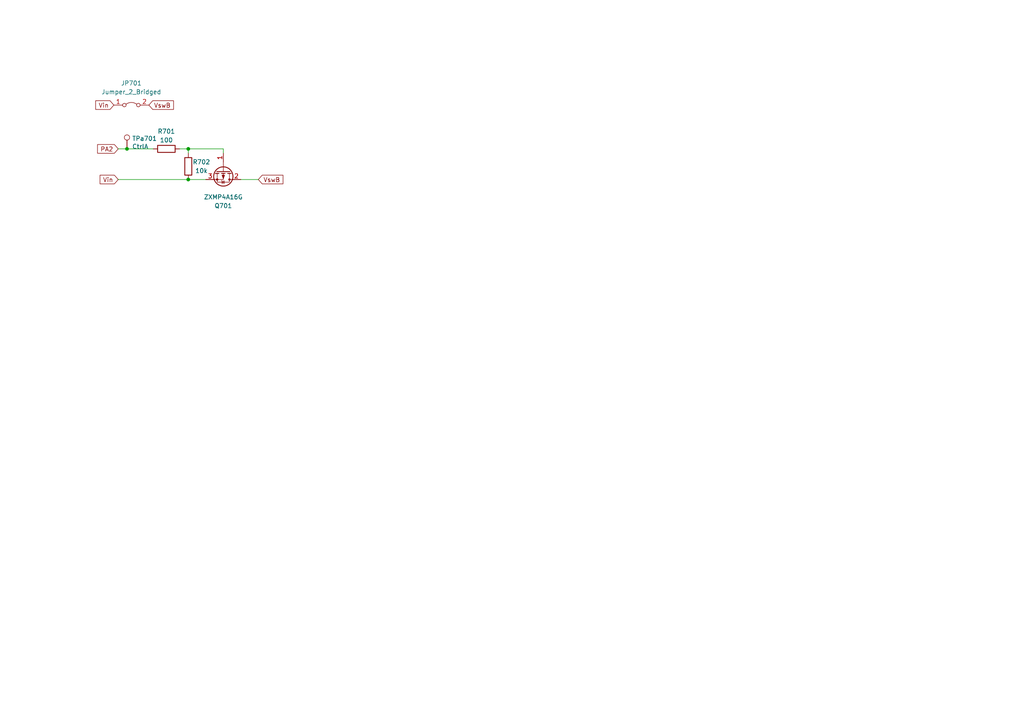
<source format=kicad_sch>
(kicad_sch (version 20211123) (generator eeschema)
  (paper "A4")
  (lib_symbols
    (symbol "Connector:TestPoint" (pin_numbers hide) (pin_names (offset 0.762) hide)
      (property "Reference" "TP" (at 0 6.858 0))
      (property "Value" "TestPoint" (at 0 5.08 0))
      (symbol "TestPoint_0_1"
        (circle (center 0 3.302) (radius 0.762))
      )
      (symbol "TestPoint_1_1"
        (pin passive line (at 0 0 90) (length 2.54) (name "1") (number "1"))
      )
    )
    (symbol "Device:R" (pin_numbers hide) (pin_names (offset 0))
      (property "Reference" "R" (at 2.032 0 90))
      (property "Value" "R" (at 0 0 90))
      (symbol "R_0_1"
        (rectangle (start -1.016 -2.54) (end 1.016 2.54) (stroke (width 0.254)))
      )
      (symbol "R_1_1"
        (pin passive line (at 0 3.81 270) (length 1.27) (name "~") (number "1"))
        (pin passive line (at 0 -3.81 90) (length 1.27) (name "~") (number "2"))
      )
    )
    (symbol "Jumper:Jumper_2_Bridged" (pin_names (offset 0) hide)
      (property "Reference" "JP" (at 0 1.905 0))
      (property "Value" "Jumper_2_Bridged" (at 0 -2.54 0))
      (symbol "Jumper_2_Bridged_0_0"
        (circle (center -2.032 0) (radius 0.508))
        (circle (center 2.032 0) (radius 0.508))
      )
      (symbol "Jumper_2_Bridged_0_1"
        (arc (start 1.524 0.254) (mid 0 0.762) (end -1.524 0.254))
      )
      (symbol "Jumper_2_Bridged_1_1"
        (pin passive line (at -5.08 0 0) (length 2.54) (name "A") (number "1"))
        (pin passive line (at 5.08 0 180) (length 2.54) (name "B") (number "2"))
      )
    )
    (symbol "Transistor_FET:ZXMP4A16G" (pin_names hide)
      (property "Reference" "Q" (at 5.08 1.905 0))
      (property "Value" "ZXMP4A16G" (at 5.08 0 0))
      (symbol "ZXMP4A16G_0_1"
        (polyline (pts (xy 0.254 0) (xy -2.54 0)))
        (polyline (pts (xy 0.254 1.905) (xy 0.254 -1.905)) (stroke (width 0.254)))
        (polyline (pts (xy 0.762 -1.27) (xy 0.762 -2.286)) (stroke (width 0.254)))
        (polyline (pts (xy 0.762 0.508) (xy 0.762 -0.508)) (stroke (width 0.254)))
        (polyline (pts (xy 0.762 2.286) (xy 0.762 1.27)) (stroke (width 0.254)))
        (polyline (pts (xy 2.54 2.54) (xy 2.54 1.778)))
        (polyline (pts (xy 2.54 -2.54) (xy 2.54 0) (xy 0.762 0)))
        (polyline (pts (xy 0.762 1.778) (xy 3.302 1.778) (xy 3.302 -1.778) (xy 0.762 -1.778)))
        (polyline (pts (xy 2.286 0) (xy 1.27 0.381) (xy 1.27 -0.381) (xy 2.286 0)) (fill (type outline)))
        (polyline (pts (xy 2.794 -0.508) (xy 2.921 -0.381) (xy 3.683 -0.381) (xy 3.81 -0.254)))
        (polyline (pts (xy 3.302 -0.381) (xy 2.921 0.254) (xy 3.683 0.254) (xy 3.302 -0.381)))
        (circle (center 1.651 0) (radius 2.794) (stroke (width 0.254)))
        (circle (center 2.54 -1.778) (radius 0.254) (fill (type outline)))
        (circle (center 2.54 1.778) (radius 0.254) (fill (type outline)))
      )
      (symbol "ZXMP4A16G_1_1"
        (pin input line (at -5.08 0 0) (length 2.54) (name "G") (number "1"))
        (pin passive line (at 2.54 5.08 270) (length 2.54) (name "D") (number "2"))
        (pin passive line (at 2.54 -5.08 90) (length 2.54) (name "S") (number "3"))
      )
    )
  )
  (junction (at 36.83 43.18))
  (junction (at 54.61 43.18))
  (junction (at 54.61 52.07))
  (wire (pts (xy 34.29 52.07) (xy 54.61 52.07)))
  (wire (pts (xy 52.07 43.18) (xy 54.61 43.18)))
  (wire (pts (xy 34.29 43.18) (xy 36.83 43.18)))
  (wire (pts (xy 54.61 44.45) (xy 54.61 43.18)))
  (wire (pts (xy 36.83 43.18) (xy 44.45 43.18)))
  (wire (pts (xy 64.77 43.18) (xy 64.77 44.45)))
  (wire (pts (xy 54.61 52.07) (xy 59.69 52.07)))
  (wire (pts (xy 69.85 52.07) (xy 74.93 52.07)))
  (wire (pts (xy 54.61 43.18) (xy 64.77 43.18)))
  (global_label "PA2" (shape input) (at 34.29 43.18 180) (property "Intersheet References" "${INTERSHEET_REFS}" (effects hide)))
  (global_label "Vin" (shape input) (at 34.29 52.07 180) (property "Intersheet References" "${INTERSHEET_REFS}" (effects hide)))
  (global_label "VswB" (shape input) (at 74.93 52.07 0) (property "Intersheet References" "${INTERSHEET_REFS}" (effects hide)))
  (global_label "Vin" (shape input) (at 33.02 30.48 180) (property "Intersheet References" "${INTERSHEET_REFS}" (effects hide)))
  (global_label "VswB" (shape input) (at 43.18 30.48 0) (property "Intersheet References" "${INTERSHEET_REFS}" (effects hide)))
  (symbol (lib_id "Connector:TestPoint") (at 36.83 43.18 0) (unit 1)
    (property "Reference" "TPa701" (at 38.3032 40.1828 0) (effects (justify left)))
    (property "Value" "CtrlA" (at 38.3032 42.4942 0) (effects (justify left)))
    (property "Footprint" "tinker:TestPoint_THTPad_D1.0mm_Drill0.5mm" (effects hide))
  )
  (symbol (lib_id "Device:R") (at 48.26 43.18 90) (mirror x) (unit 1)
    (property "Reference" "R701" (at 48.26 38.1 90))
    (property "Value" "100" (at 48.26 40.64 90))
    (property "Footprint" "Resistor_SMD:R_0603_1608Metric" (effects hide))
  )
  (symbol (lib_id "Transistor_FET:ZXMP4A16G") (at 64.77 49.53 270) (unit 1)
    (property "Reference" "Q701" (at 64.77 59.69 90))
    (property "Value" "ZXMP4A16G" (at 64.77 57.15 90))
    (property "Footprint" "Package_TO_SOT_SMD:SOT-223-3_TabPin2" (effects hide))
    (property "Datasheet" "https://www.diodes.com/assets/Datasheets/ZXMP4A16G.pdf" (effects hide))
  )
  (symbol (lib_id "Device:R") (at 54.61 48.26 0) (mirror x) (unit 1)
    (property "Reference" "R702" (at 58.42 46.99 0))
    (property "Value" "10k" (at 58.42 49.53 0))
    (property "Footprint" "Resistor_SMD:R_0603_1608Metric" (effects hide))
  )
  (symbol (lib_id "Jumper:Jumper_2_Bridged") (at 38.1 30.48 0) (unit 1) (in_bom no) (on_board no)
    (property "Reference" "JP701" (at 38.1 24.13 0))
    (property "Value" "Jumper_2_Bridged" (at 38.1 26.67 0))
    (property "Footprint" "Jumper:SolderJumper-2_P1.3mm_Bridged_RoundedPad1.0x1.5mm" (effects hide))
  )
)
</source>
